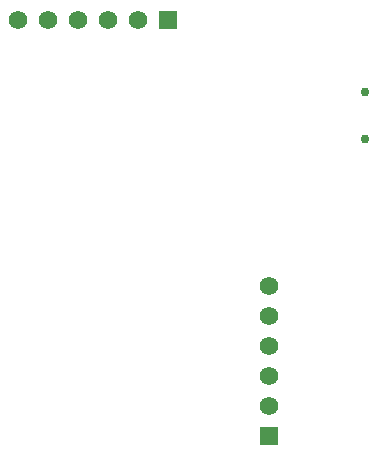
<source format=gbs>
G04*
G04 #@! TF.GenerationSoftware,Altium Limited,Altium Designer,21.8.1 (53)*
G04*
G04 Layer_Color=16711935*
%FSLAX25Y25*%
%MOIN*%
G70*
G04*
G04 #@! TF.SameCoordinates,C3BC6F45-041D-44BD-81EA-7FCEF9ED4BC6*
G04*
G04*
G04 #@! TF.FilePolarity,Negative*
G04*
G01*
G75*
%ADD37C,0.02965*%
%ADD38C,0.06194*%
%ADD39R,0.06194X0.06194*%
%ADD40R,0.06194X0.06194*%
D37*
X281435Y155974D02*
D03*
Y140226D02*
D03*
D38*
X195724Y180013D02*
D03*
X249400Y61300D02*
D03*
Y91300D02*
D03*
Y81300D02*
D03*
Y71300D02*
D03*
Y51300D02*
D03*
X205724Y180013D02*
D03*
X185724D02*
D03*
X175724D02*
D03*
X165724D02*
D03*
D39*
X249400Y41300D02*
D03*
D40*
X215724Y180013D02*
D03*
M02*

</source>
